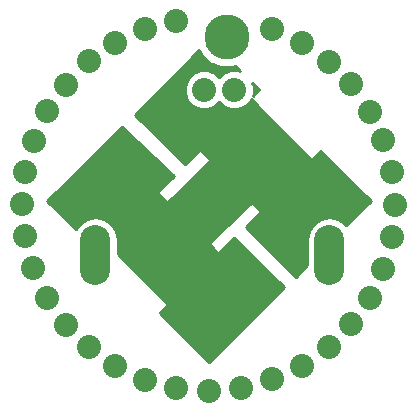
<source format=gtl>
G04 (created by PCBNEW (2013-07-07 BZR 4022)-stable) date 23/08/2014 11:18:16*
%MOIN*%
G04 Gerber Fmt 3.4, Leading zero omitted, Abs format*
%FSLAX34Y34*%
G01*
G70*
G90*
G04 APERTURE LIST*
%ADD10C,0.00393701*%
%ADD11C,0.08*%
%ADD12O,0.1X0.2*%
%ADD13C,0.15*%
%ADD14C,0.01*%
G04 APERTURE END LIST*
G54D10*
G54D11*
X24010Y-15950D03*
X23020Y-15490D03*
X26290Y-18230D03*
X25660Y-17320D03*
X24900Y-16570D03*
X26270Y-24440D03*
X26730Y-23470D03*
X27030Y-22400D03*
X14790Y-20230D03*
X15070Y-19210D03*
X15520Y-18220D03*
X19820Y-27450D03*
X18780Y-27170D03*
X17790Y-26710D03*
X16930Y-26090D03*
X16140Y-17340D03*
X16910Y-16560D03*
X17780Y-15950D03*
X27120Y-21340D03*
X27030Y-20250D03*
X26730Y-19190D03*
X14680Y-21320D03*
X14780Y-22390D03*
X15050Y-23440D03*
X19810Y-15220D03*
X18770Y-15490D03*
X20910Y-27550D03*
X21970Y-27450D03*
X23020Y-27150D03*
X24020Y-26710D03*
X25660Y-25310D03*
X16140Y-25340D03*
X15530Y-24440D03*
X24900Y-26080D03*
G54D12*
X17130Y-23020D03*
X24930Y-23020D03*
G54D11*
X20750Y-17500D03*
X21750Y-17500D03*
G54D13*
X21500Y-15750D03*
G54D14*
X22359Y-17273D02*
X22359Y-17273D01*
X22392Y-17353D02*
X22444Y-17353D01*
X22400Y-17433D02*
X22528Y-17433D01*
X22399Y-17513D02*
X22550Y-17513D01*
X22399Y-17593D02*
X22475Y-17593D01*
X22381Y-17673D02*
X22400Y-17673D01*
X20594Y-16178D02*
X20594Y-16178D01*
X20515Y-16258D02*
X20628Y-16258D01*
X20436Y-16338D02*
X20674Y-16338D01*
X20356Y-16418D02*
X20754Y-16418D01*
X20277Y-16498D02*
X20834Y-16498D01*
X20198Y-16578D02*
X20913Y-16578D01*
X20118Y-16658D02*
X21079Y-16658D01*
X20039Y-16738D02*
X21272Y-16738D01*
X21726Y-16738D02*
X21795Y-16738D01*
X19960Y-16818D02*
X21880Y-16818D01*
X19880Y-16898D02*
X20503Y-16898D01*
X20996Y-16898D02*
X21503Y-16898D01*
X19801Y-16978D02*
X20352Y-16978D01*
X21147Y-16978D02*
X21352Y-16978D01*
X19721Y-17058D02*
X20272Y-17058D01*
X21227Y-17058D02*
X21272Y-17058D01*
X19642Y-17138D02*
X20196Y-17138D01*
X19563Y-17218D02*
X20163Y-17218D01*
X19483Y-17298D02*
X20129Y-17298D01*
X19404Y-17378D02*
X20100Y-17378D01*
X19325Y-17458D02*
X20100Y-17458D01*
X19245Y-17538D02*
X20099Y-17538D01*
X19166Y-17618D02*
X20099Y-17618D01*
X19087Y-17698D02*
X20128Y-17698D01*
X19007Y-17778D02*
X20161Y-17778D01*
X18928Y-17858D02*
X20194Y-17858D01*
X22305Y-17858D02*
X22357Y-17858D01*
X18848Y-17938D02*
X20269Y-17938D01*
X21230Y-17938D02*
X21269Y-17938D01*
X22230Y-17938D02*
X22436Y-17938D01*
X18769Y-18018D02*
X20349Y-18018D01*
X21150Y-18018D02*
X21349Y-18018D01*
X22150Y-18018D02*
X22515Y-18018D01*
X18690Y-18098D02*
X20496Y-18098D01*
X21003Y-18098D02*
X21496Y-18098D01*
X22003Y-18098D02*
X22594Y-18098D01*
X18610Y-18178D02*
X22674Y-18178D01*
X18531Y-18258D02*
X22753Y-18258D01*
X18452Y-18338D02*
X22832Y-18338D01*
X18530Y-18418D02*
X22911Y-18418D01*
X18611Y-18498D02*
X22990Y-18498D01*
X18692Y-18578D02*
X23070Y-18578D01*
X18773Y-18658D02*
X23149Y-18658D01*
X18854Y-18738D02*
X23228Y-18738D01*
X17950Y-18818D02*
X18111Y-18818D01*
X18935Y-18818D02*
X23307Y-18818D01*
X17869Y-18898D02*
X18194Y-18898D01*
X19016Y-18898D02*
X23386Y-18898D01*
X17788Y-18978D02*
X18277Y-18978D01*
X19096Y-18978D02*
X23465Y-18978D01*
X17706Y-19058D02*
X18359Y-19058D01*
X19177Y-19058D02*
X23545Y-19058D01*
X17625Y-19138D02*
X18442Y-19138D01*
X19258Y-19138D02*
X23624Y-19138D01*
X17544Y-19218D02*
X18525Y-19218D01*
X19339Y-19218D02*
X23703Y-19218D01*
X17462Y-19298D02*
X18608Y-19298D01*
X19420Y-19298D02*
X23782Y-19298D01*
X17381Y-19378D02*
X18691Y-19378D01*
X19501Y-19378D02*
X23861Y-19378D01*
X17300Y-19458D02*
X18773Y-19458D01*
X19582Y-19458D02*
X23941Y-19458D01*
X17219Y-19538D02*
X18856Y-19538D01*
X19663Y-19538D02*
X20559Y-19538D01*
X20677Y-19538D02*
X24020Y-19538D01*
X17137Y-19618D02*
X18939Y-19618D01*
X19744Y-19618D02*
X20474Y-19618D01*
X20752Y-19618D02*
X24099Y-19618D01*
X24568Y-19618D02*
X24689Y-19618D01*
X17056Y-19698D02*
X19022Y-19698D01*
X19825Y-19698D02*
X20389Y-19698D01*
X20827Y-19698D02*
X24178Y-19698D01*
X24477Y-19698D02*
X24770Y-19698D01*
X16975Y-19778D02*
X19105Y-19778D01*
X19906Y-19778D02*
X20304Y-19778D01*
X20902Y-19778D02*
X24257Y-19778D01*
X24386Y-19778D02*
X24852Y-19778D01*
X16893Y-19858D02*
X19187Y-19858D01*
X19987Y-19858D02*
X20219Y-19858D01*
X20976Y-19858D02*
X24933Y-19858D01*
X16812Y-19938D02*
X19270Y-19938D01*
X20068Y-19938D02*
X20134Y-19938D01*
X20900Y-19938D02*
X25014Y-19938D01*
X16731Y-20018D02*
X19353Y-20018D01*
X20817Y-20018D02*
X25096Y-20018D01*
X16650Y-20098D02*
X19436Y-20098D01*
X20734Y-20098D02*
X25177Y-20098D01*
X16568Y-20178D02*
X19519Y-20178D01*
X20651Y-20178D02*
X25259Y-20178D01*
X16487Y-20258D02*
X19601Y-20258D01*
X20568Y-20258D02*
X25340Y-20258D01*
X16406Y-20338D02*
X19684Y-20338D01*
X20485Y-20338D02*
X25421Y-20338D01*
X16325Y-20418D02*
X19706Y-20418D01*
X20402Y-20418D02*
X25503Y-20418D01*
X16243Y-20498D02*
X19620Y-20498D01*
X20319Y-20498D02*
X25584Y-20498D01*
X16162Y-20578D02*
X19534Y-20578D01*
X20236Y-20578D02*
X25666Y-20578D01*
X16081Y-20658D02*
X19447Y-20658D01*
X20153Y-20658D02*
X25747Y-20658D01*
X15999Y-20738D02*
X19361Y-20738D01*
X20070Y-20738D02*
X25828Y-20738D01*
X15918Y-20818D02*
X19275Y-20818D01*
X19987Y-20818D02*
X25910Y-20818D01*
X15837Y-20898D02*
X19189Y-20898D01*
X19904Y-20898D02*
X25991Y-20898D01*
X15756Y-20978D02*
X19227Y-20978D01*
X19821Y-20978D02*
X26073Y-20978D01*
X15674Y-21058D02*
X19307Y-21058D01*
X19738Y-21058D02*
X26154Y-21058D01*
X15593Y-21138D02*
X19387Y-21138D01*
X19655Y-21138D02*
X26235Y-21138D01*
X15519Y-21218D02*
X19467Y-21218D01*
X19573Y-21218D02*
X26281Y-21218D01*
X15600Y-21298D02*
X22299Y-21298D01*
X22417Y-21298D02*
X26202Y-21298D01*
X15681Y-21378D02*
X22216Y-21378D01*
X22490Y-21378D02*
X26124Y-21378D01*
X15762Y-21458D02*
X22132Y-21458D01*
X22563Y-21458D02*
X26045Y-21458D01*
X15842Y-21538D02*
X22048Y-21538D01*
X22637Y-21538D02*
X25966Y-21538D01*
X15923Y-21618D02*
X21965Y-21618D01*
X22584Y-21618D02*
X25887Y-21618D01*
X16004Y-21698D02*
X21881Y-21698D01*
X22508Y-21698D02*
X25809Y-21698D01*
X16085Y-21778D02*
X16964Y-21778D01*
X17295Y-21778D02*
X21798Y-21778D01*
X22433Y-21778D02*
X24764Y-21778D01*
X25095Y-21778D02*
X25730Y-21778D01*
X16166Y-21858D02*
X16759Y-21858D01*
X17500Y-21858D02*
X21714Y-21858D01*
X22357Y-21858D02*
X24559Y-21858D01*
X25300Y-21858D02*
X25651Y-21858D01*
X16247Y-21938D02*
X16639Y-21938D01*
X17620Y-21938D02*
X21630Y-21938D01*
X22282Y-21938D02*
X24439Y-21938D01*
X25420Y-21938D02*
X25572Y-21938D01*
X16328Y-22018D02*
X16564Y-22018D01*
X17695Y-22018D02*
X21547Y-22018D01*
X22206Y-22018D02*
X24364Y-22018D01*
X16409Y-22098D02*
X16510Y-22098D01*
X17749Y-22098D02*
X21463Y-22098D01*
X22169Y-22098D02*
X24310Y-22098D01*
X17802Y-22178D02*
X21379Y-22178D01*
X22249Y-22178D02*
X24257Y-22178D01*
X17832Y-22258D02*
X21296Y-22258D01*
X22330Y-22258D02*
X24227Y-22258D01*
X17848Y-22338D02*
X21212Y-22338D01*
X22410Y-22338D02*
X24211Y-22338D01*
X17864Y-22418D02*
X21128Y-22418D01*
X22491Y-22418D02*
X24195Y-22418D01*
X17880Y-22498D02*
X21045Y-22498D01*
X21695Y-22498D02*
X21808Y-22498D01*
X22571Y-22498D02*
X24180Y-22498D01*
X17880Y-22578D02*
X20961Y-22578D01*
X21618Y-22578D02*
X21889Y-22578D01*
X22652Y-22578D02*
X24180Y-22578D01*
X17880Y-22658D02*
X20938Y-22658D01*
X21541Y-22658D02*
X21970Y-22658D01*
X22732Y-22658D02*
X24180Y-22658D01*
X17880Y-22738D02*
X21002Y-22738D01*
X21464Y-22738D02*
X22051Y-22738D01*
X22813Y-22738D02*
X24180Y-22738D01*
X17880Y-22818D02*
X21065Y-22818D01*
X21387Y-22818D02*
X22132Y-22818D01*
X22893Y-22818D02*
X24180Y-22818D01*
X17880Y-22898D02*
X21128Y-22898D01*
X21310Y-22898D02*
X22213Y-22898D01*
X22974Y-22898D02*
X24180Y-22898D01*
X17880Y-22978D02*
X22294Y-22978D01*
X23054Y-22978D02*
X24180Y-22978D01*
X17949Y-23058D02*
X22375Y-23058D01*
X23134Y-23058D02*
X24180Y-23058D01*
X18029Y-23138D02*
X22456Y-23138D01*
X23215Y-23138D02*
X24180Y-23138D01*
X18109Y-23218D02*
X22537Y-23218D01*
X23295Y-23218D02*
X24180Y-23218D01*
X18189Y-23298D02*
X22618Y-23298D01*
X23376Y-23298D02*
X24180Y-23298D01*
X18269Y-23378D02*
X22699Y-23378D01*
X23456Y-23378D02*
X24154Y-23378D01*
X18349Y-23458D02*
X22779Y-23458D01*
X23537Y-23458D02*
X24076Y-23458D01*
X18429Y-23538D02*
X22860Y-23538D01*
X23617Y-23538D02*
X23997Y-23538D01*
X18509Y-23618D02*
X22941Y-23618D01*
X23698Y-23618D02*
X23918Y-23618D01*
X18589Y-23698D02*
X23022Y-23698D01*
X23778Y-23698D02*
X23839Y-23698D01*
X18669Y-23778D02*
X23103Y-23778D01*
X18749Y-23858D02*
X23184Y-23858D01*
X18829Y-23938D02*
X23265Y-23938D01*
X18909Y-24018D02*
X23346Y-24018D01*
X18989Y-24098D02*
X23391Y-24098D01*
X19069Y-24178D02*
X23312Y-24178D01*
X19149Y-24258D02*
X23233Y-24258D01*
X19229Y-24338D02*
X23154Y-24338D01*
X19309Y-24418D02*
X23075Y-24418D01*
X19389Y-24498D02*
X22996Y-24498D01*
X19469Y-24578D02*
X22917Y-24578D01*
X19549Y-24658D02*
X22838Y-24658D01*
X19475Y-24738D02*
X22759Y-24738D01*
X19401Y-24818D02*
X22679Y-24818D01*
X19326Y-24898D02*
X22600Y-24898D01*
X19328Y-24978D02*
X22521Y-24978D01*
X19408Y-25058D02*
X22442Y-25058D01*
X19487Y-25138D02*
X22363Y-25138D01*
X19567Y-25218D02*
X22284Y-25218D01*
X19646Y-25298D02*
X22205Y-25298D01*
X19726Y-25378D02*
X22126Y-25378D01*
X19805Y-25458D02*
X22047Y-25458D01*
X19885Y-25538D02*
X21968Y-25538D01*
X19964Y-25618D02*
X21889Y-25618D01*
X20044Y-25698D02*
X21810Y-25698D01*
X20123Y-25778D02*
X21731Y-25778D01*
X20203Y-25858D02*
X21652Y-25858D01*
X20283Y-25938D02*
X21572Y-25938D01*
X20362Y-26018D02*
X21493Y-26018D01*
X20442Y-26098D02*
X21414Y-26098D01*
X20521Y-26178D02*
X21335Y-26178D01*
X20601Y-26258D02*
X21256Y-26258D01*
X20680Y-26338D02*
X21177Y-26338D01*
X20760Y-26418D02*
X21098Y-26418D01*
X20839Y-26498D02*
X21019Y-26498D01*
X20919Y-26578D02*
X20940Y-26578D01*
X22579Y-17482D02*
X22366Y-17709D01*
X22399Y-17629D01*
X22400Y-17371D01*
X22359Y-17273D01*
X22579Y-17482D01*
X22359Y-17273D02*
X22359Y-17273D01*
X22392Y-17353D02*
X22444Y-17353D01*
X22400Y-17433D02*
X22528Y-17433D01*
X22399Y-17513D02*
X22550Y-17513D01*
X22399Y-17593D02*
X22475Y-17593D01*
X22381Y-17673D02*
X22400Y-17673D01*
X20594Y-16178D02*
X20594Y-16178D01*
X20515Y-16258D02*
X20628Y-16258D01*
X20436Y-16338D02*
X20674Y-16338D01*
X20356Y-16418D02*
X20754Y-16418D01*
X20277Y-16498D02*
X20834Y-16498D01*
X20198Y-16578D02*
X20913Y-16578D01*
X20118Y-16658D02*
X21079Y-16658D01*
X20039Y-16738D02*
X21272Y-16738D01*
X21726Y-16738D02*
X21795Y-16738D01*
X19960Y-16818D02*
X21880Y-16818D01*
X19880Y-16898D02*
X20503Y-16898D01*
X20996Y-16898D02*
X21503Y-16898D01*
X19801Y-16978D02*
X20352Y-16978D01*
X21147Y-16978D02*
X21352Y-16978D01*
X19721Y-17058D02*
X20272Y-17058D01*
X21227Y-17058D02*
X21272Y-17058D01*
X19642Y-17138D02*
X20196Y-17138D01*
X19563Y-17218D02*
X20163Y-17218D01*
X19483Y-17298D02*
X20129Y-17298D01*
X19404Y-17378D02*
X20100Y-17378D01*
X19325Y-17458D02*
X20100Y-17458D01*
X19245Y-17538D02*
X20099Y-17538D01*
X19166Y-17618D02*
X20099Y-17618D01*
X19087Y-17698D02*
X20128Y-17698D01*
X19007Y-17778D02*
X20161Y-17778D01*
X18928Y-17858D02*
X20194Y-17858D01*
X22305Y-17858D02*
X22357Y-17858D01*
X18848Y-17938D02*
X20269Y-17938D01*
X21230Y-17938D02*
X21269Y-17938D01*
X22230Y-17938D02*
X22436Y-17938D01*
X18769Y-18018D02*
X20349Y-18018D01*
X21150Y-18018D02*
X21349Y-18018D01*
X22150Y-18018D02*
X22515Y-18018D01*
X18690Y-18098D02*
X20496Y-18098D01*
X21003Y-18098D02*
X21496Y-18098D01*
X22003Y-18098D02*
X22594Y-18098D01*
X18610Y-18178D02*
X22674Y-18178D01*
X18531Y-18258D02*
X22753Y-18258D01*
X18452Y-18338D02*
X22832Y-18338D01*
X18530Y-18418D02*
X22911Y-18418D01*
X18611Y-18498D02*
X22990Y-18498D01*
X18692Y-18578D02*
X23070Y-18578D01*
X18773Y-18658D02*
X23149Y-18658D01*
X18854Y-18738D02*
X23228Y-18738D01*
X17950Y-18818D02*
X18111Y-18818D01*
X18935Y-18818D02*
X23307Y-18818D01*
X17869Y-18898D02*
X18194Y-18898D01*
X19016Y-18898D02*
X23386Y-18898D01*
X17788Y-18978D02*
X18277Y-18978D01*
X19096Y-18978D02*
X23465Y-18978D01*
X17706Y-19058D02*
X18359Y-19058D01*
X19177Y-19058D02*
X23545Y-19058D01*
X17625Y-19138D02*
X18442Y-19138D01*
X19258Y-19138D02*
X23624Y-19138D01*
X17544Y-19218D02*
X18525Y-19218D01*
X19339Y-19218D02*
X23703Y-19218D01*
X17462Y-19298D02*
X18608Y-19298D01*
X19420Y-19298D02*
X23782Y-19298D01*
X17381Y-19378D02*
X18691Y-19378D01*
X19501Y-19378D02*
X23861Y-19378D01*
X17300Y-19458D02*
X18773Y-19458D01*
X19582Y-19458D02*
X23941Y-19458D01*
X17219Y-19538D02*
X18856Y-19538D01*
X19663Y-19538D02*
X20559Y-19538D01*
X20677Y-19538D02*
X24020Y-19538D01*
X17137Y-19618D02*
X18939Y-19618D01*
X19744Y-19618D02*
X20474Y-19618D01*
X20752Y-19618D02*
X24099Y-19618D01*
X24568Y-19618D02*
X24689Y-19618D01*
X17056Y-19698D02*
X19022Y-19698D01*
X19825Y-19698D02*
X20389Y-19698D01*
X20827Y-19698D02*
X24178Y-19698D01*
X24477Y-19698D02*
X24770Y-19698D01*
X16975Y-19778D02*
X19105Y-19778D01*
X19906Y-19778D02*
X20304Y-19778D01*
X20902Y-19778D02*
X24257Y-19778D01*
X24386Y-19778D02*
X24852Y-19778D01*
X16893Y-19858D02*
X19187Y-19858D01*
X19987Y-19858D02*
X20219Y-19858D01*
X20976Y-19858D02*
X24933Y-19858D01*
X16812Y-19938D02*
X19270Y-19938D01*
X20068Y-19938D02*
X20134Y-19938D01*
X20900Y-19938D02*
X25014Y-19938D01*
X16731Y-20018D02*
X19353Y-20018D01*
X20817Y-20018D02*
X25096Y-20018D01*
X16650Y-20098D02*
X19436Y-20098D01*
X20734Y-20098D02*
X25177Y-20098D01*
X16568Y-20178D02*
X19519Y-20178D01*
X20651Y-20178D02*
X25259Y-20178D01*
X16487Y-20258D02*
X19601Y-20258D01*
X20568Y-20258D02*
X25340Y-20258D01*
X16406Y-20338D02*
X19684Y-20338D01*
X20485Y-20338D02*
X25421Y-20338D01*
X16325Y-20418D02*
X19706Y-20418D01*
X20402Y-20418D02*
X25503Y-20418D01*
X16243Y-20498D02*
X19620Y-20498D01*
X20319Y-20498D02*
X25584Y-20498D01*
X16162Y-20578D02*
X19534Y-20578D01*
X20236Y-20578D02*
X25666Y-20578D01*
X16081Y-20658D02*
X19447Y-20658D01*
X20153Y-20658D02*
X25747Y-20658D01*
X15999Y-20738D02*
X19361Y-20738D01*
X20070Y-20738D02*
X25828Y-20738D01*
X15918Y-20818D02*
X19275Y-20818D01*
X19987Y-20818D02*
X25910Y-20818D01*
X15837Y-20898D02*
X19189Y-20898D01*
X19904Y-20898D02*
X25991Y-20898D01*
X15756Y-20978D02*
X19227Y-20978D01*
X19821Y-20978D02*
X26073Y-20978D01*
X15674Y-21058D02*
X19307Y-21058D01*
X19738Y-21058D02*
X26154Y-21058D01*
X15593Y-21138D02*
X19387Y-21138D01*
X19655Y-21138D02*
X26235Y-21138D01*
X15519Y-21218D02*
X19467Y-21218D01*
X19573Y-21218D02*
X26281Y-21218D01*
X15600Y-21298D02*
X22299Y-21298D01*
X22417Y-21298D02*
X26202Y-21298D01*
X15681Y-21378D02*
X22216Y-21378D01*
X22490Y-21378D02*
X26124Y-21378D01*
X15762Y-21458D02*
X22132Y-21458D01*
X22563Y-21458D02*
X26045Y-21458D01*
X15842Y-21538D02*
X22048Y-21538D01*
X22637Y-21538D02*
X25966Y-21538D01*
X15923Y-21618D02*
X21965Y-21618D01*
X22584Y-21618D02*
X25887Y-21618D01*
X16004Y-21698D02*
X21881Y-21698D01*
X22508Y-21698D02*
X25809Y-21698D01*
X16085Y-21778D02*
X16964Y-21778D01*
X17295Y-21778D02*
X21798Y-21778D01*
X22433Y-21778D02*
X24764Y-21778D01*
X25095Y-21778D02*
X25730Y-21778D01*
X16166Y-21858D02*
X16759Y-21858D01*
X17500Y-21858D02*
X21714Y-21858D01*
X22357Y-21858D02*
X24559Y-21858D01*
X25300Y-21858D02*
X25651Y-21858D01*
X16247Y-21938D02*
X16639Y-21938D01*
X17620Y-21938D02*
X21630Y-21938D01*
X22282Y-21938D02*
X24439Y-21938D01*
X25420Y-21938D02*
X25572Y-21938D01*
X16328Y-22018D02*
X16564Y-22018D01*
X17695Y-22018D02*
X21547Y-22018D01*
X22206Y-22018D02*
X24364Y-22018D01*
X16409Y-22098D02*
X16510Y-22098D01*
X17749Y-22098D02*
X21463Y-22098D01*
X22169Y-22098D02*
X24310Y-22098D01*
X17802Y-22178D02*
X21379Y-22178D01*
X22249Y-22178D02*
X24257Y-22178D01*
X17832Y-22258D02*
X21296Y-22258D01*
X22330Y-22258D02*
X24227Y-22258D01*
X17848Y-22338D02*
X21212Y-22338D01*
X22410Y-22338D02*
X24211Y-22338D01*
X17864Y-22418D02*
X21128Y-22418D01*
X22491Y-22418D02*
X24195Y-22418D01*
X17880Y-22498D02*
X21045Y-22498D01*
X21695Y-22498D02*
X21808Y-22498D01*
X22571Y-22498D02*
X24180Y-22498D01*
X17880Y-22578D02*
X20961Y-22578D01*
X21618Y-22578D02*
X21889Y-22578D01*
X22652Y-22578D02*
X24180Y-22578D01*
X17880Y-22658D02*
X20938Y-22658D01*
X21541Y-22658D02*
X21970Y-22658D01*
X22732Y-22658D02*
X24180Y-22658D01*
X17880Y-22738D02*
X21002Y-22738D01*
X21464Y-22738D02*
X22051Y-22738D01*
X22813Y-22738D02*
X24180Y-22738D01*
X17880Y-22818D02*
X21065Y-22818D01*
X21387Y-22818D02*
X22132Y-22818D01*
X22893Y-22818D02*
X24180Y-22818D01*
X17880Y-22898D02*
X21128Y-22898D01*
X21310Y-22898D02*
X22213Y-22898D01*
X22974Y-22898D02*
X24180Y-22898D01*
X17880Y-22978D02*
X22294Y-22978D01*
X23054Y-22978D02*
X24180Y-22978D01*
X17949Y-23058D02*
X22375Y-23058D01*
X23134Y-23058D02*
X24180Y-23058D01*
X18029Y-23138D02*
X22456Y-23138D01*
X23215Y-23138D02*
X24180Y-23138D01*
X18109Y-23218D02*
X22537Y-23218D01*
X23295Y-23218D02*
X24180Y-23218D01*
X18189Y-23298D02*
X22618Y-23298D01*
X23376Y-23298D02*
X24180Y-23298D01*
X18269Y-23378D02*
X22699Y-23378D01*
X23456Y-23378D02*
X24154Y-23378D01*
X18349Y-23458D02*
X22779Y-23458D01*
X23537Y-23458D02*
X24076Y-23458D01*
X18429Y-23538D02*
X22860Y-23538D01*
X23617Y-23538D02*
X23997Y-23538D01*
X18509Y-23618D02*
X22941Y-23618D01*
X23698Y-23618D02*
X23918Y-23618D01*
X18589Y-23698D02*
X23022Y-23698D01*
X23778Y-23698D02*
X23839Y-23698D01*
X18669Y-23778D02*
X23103Y-23778D01*
X18749Y-23858D02*
X23184Y-23858D01*
X18829Y-23938D02*
X23265Y-23938D01*
X18909Y-24018D02*
X23346Y-24018D01*
X18989Y-24098D02*
X23391Y-24098D01*
X19069Y-24178D02*
X23312Y-24178D01*
X19149Y-24258D02*
X23233Y-24258D01*
X19229Y-24338D02*
X23154Y-24338D01*
X19309Y-24418D02*
X23075Y-24418D01*
X19389Y-24498D02*
X22996Y-24498D01*
X19469Y-24578D02*
X22917Y-24578D01*
X19549Y-24658D02*
X22838Y-24658D01*
X19475Y-24738D02*
X22759Y-24738D01*
X19401Y-24818D02*
X22679Y-24818D01*
X19326Y-24898D02*
X22600Y-24898D01*
X19328Y-24978D02*
X22521Y-24978D01*
X19408Y-25058D02*
X22442Y-25058D01*
X19487Y-25138D02*
X22363Y-25138D01*
X19567Y-25218D02*
X22284Y-25218D01*
X19646Y-25298D02*
X22205Y-25298D01*
X19726Y-25378D02*
X22126Y-25378D01*
X19805Y-25458D02*
X22047Y-25458D01*
X19885Y-25538D02*
X21968Y-25538D01*
X19964Y-25618D02*
X21889Y-25618D01*
X20044Y-25698D02*
X21810Y-25698D01*
X20123Y-25778D02*
X21731Y-25778D01*
X20203Y-25858D02*
X21652Y-25858D01*
X20283Y-25938D02*
X21572Y-25938D01*
X20362Y-26018D02*
X21493Y-26018D01*
X20442Y-26098D02*
X21414Y-26098D01*
X20521Y-26178D02*
X21335Y-26178D01*
X20601Y-26258D02*
X21256Y-26258D01*
X20680Y-26338D02*
X21177Y-26338D01*
X20760Y-26418D02*
X21098Y-26418D01*
X20839Y-26498D02*
X21019Y-26498D01*
X20919Y-26578D02*
X20940Y-26578D01*
X26299Y-21200D02*
X25495Y-22017D01*
X25460Y-21965D01*
X25217Y-21802D01*
X24930Y-21745D01*
X24642Y-21802D01*
X24399Y-21965D01*
X24237Y-22208D01*
X24180Y-22495D01*
X24180Y-23352D01*
X23809Y-23729D01*
X22149Y-22078D01*
X22648Y-21550D01*
X22362Y-21238D01*
X20912Y-22625D01*
X21138Y-22910D01*
X21252Y-22959D01*
X21750Y-22441D01*
X23409Y-24080D01*
X20929Y-26588D01*
X19289Y-24938D01*
X19549Y-24658D01*
X17880Y-22989D01*
X17880Y-22495D01*
X17822Y-22208D01*
X17660Y-21965D01*
X17417Y-21802D01*
X17130Y-21745D01*
X16842Y-21802D01*
X16599Y-21965D01*
X16470Y-22158D01*
X15516Y-21215D01*
X15517Y-21213D01*
X18030Y-18739D01*
X19737Y-20389D01*
X19167Y-20918D01*
X19519Y-21270D01*
X20980Y-19861D01*
X20622Y-19479D01*
X20100Y-19970D01*
X18450Y-18339D01*
X20594Y-16178D01*
X20651Y-16315D01*
X20932Y-16597D01*
X21300Y-16749D01*
X21698Y-16750D01*
X21774Y-16718D01*
X21939Y-16874D01*
X21879Y-16850D01*
X21621Y-16849D01*
X21382Y-16948D01*
X21249Y-17080D01*
X21118Y-16949D01*
X20879Y-16850D01*
X20621Y-16849D01*
X20382Y-16948D01*
X20199Y-17131D01*
X20100Y-17370D01*
X20099Y-17628D01*
X20198Y-17867D01*
X20381Y-18050D01*
X20620Y-18149D01*
X20878Y-18150D01*
X21117Y-18051D01*
X21250Y-17919D01*
X21381Y-18050D01*
X21620Y-18149D01*
X21878Y-18150D01*
X22117Y-18051D01*
X22300Y-17868D01*
X22320Y-17821D01*
X24317Y-19838D01*
X24604Y-19586D01*
X24630Y-19560D01*
X26299Y-21200D01*
M02*

</source>
